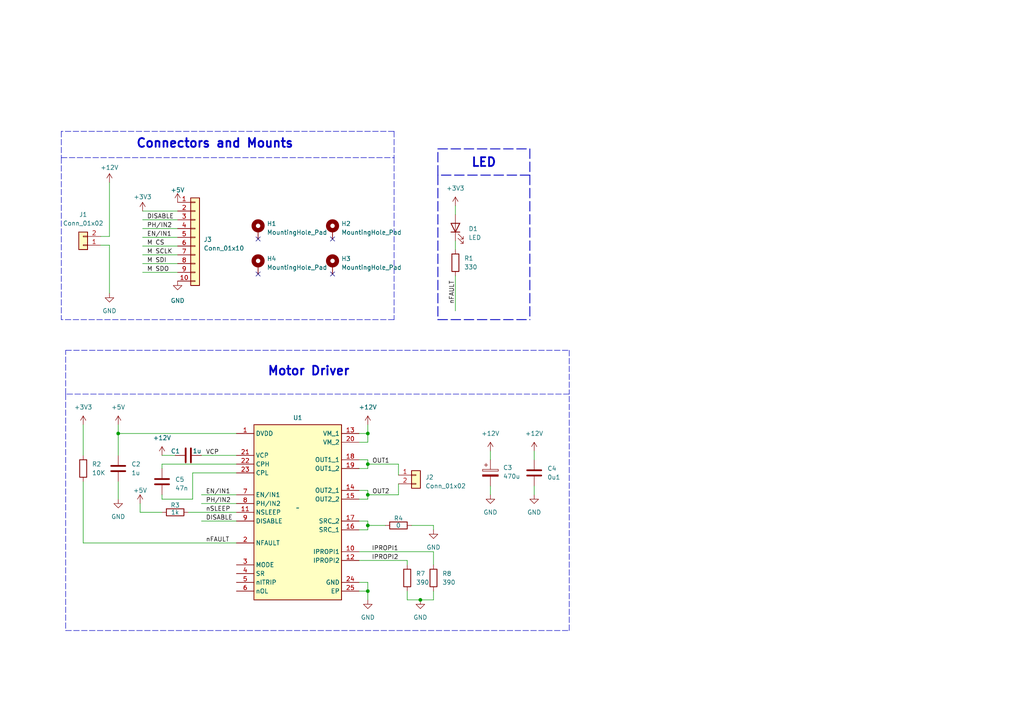
<source format=kicad_sch>
(kicad_sch (version 20230121) (generator eeschema)
  (paper "A4")
  (title_block (title "Test PCB For Sentinels Robotics") (date "2023-11-29") (rev "1") (company "Sentinels Robotics") (comment 1 "Designer:Vincent Cayadi"))
  (lib_symbols
    (symbol "Connector_Generic:Conn_01x02" (pin_names (offset 1.016) hide)
      (property "Reference" "J" (at 0 2.54 0))
      (property "Value" "Conn_01x02" (at 0 -5.08 0))
      (symbol "Conn_01x02_1_1"
        (rectangle (start -1.27 -2.413) (end 0 -2.667) (stroke (width 0.1524)))
        (rectangle (start -1.27 0.127) (end 0 -0.127) (stroke (width 0.1524)))
        (rectangle (start -1.27 1.27) (end 1.27 -3.81) (stroke (width 0.254)) (fill (type background)))
        (pin passive line (at -5.08 0 0) (length 3.81) (name "Pin_1") (number "1"))
        (pin passive line (at -5.08 -2.54 0) (length 3.81) (name "Pin_2") (number "2"))
      )
    )
    (symbol "Connector_Generic:Conn_01x10" (pin_names (offset 1.016) hide)
      (property "Reference" "J" (at 0 12.7 0))
      (property "Value" "Conn_01x10" (at 0 -15.24 0))
      (symbol "Conn_01x10_1_1"
        (rectangle (start -1.27 -12.573) (end 0 -12.827) (stroke (width 0.1524)))
        (rectangle (start -1.27 -10.033) (end 0 -10.287) (stroke (width 0.1524)))
        (rectangle (start -1.27 -7.493) (end 0 -7.747) (stroke (width 0.1524)))
        (rectangle (start -1.27 -4.953) (end 0 -5.207) (stroke (width 0.1524)))
        (rectangle (start -1.27 -2.413) (end 0 -2.667) (stroke (width 0.1524)))
        (rectangle (start -1.27 0.127) (end 0 -0.127) (stroke (width 0.1524)))
        (rectangle (start -1.27 2.667) (end 0 2.413) (stroke (width 0.1524)))
        (rectangle (start -1.27 5.207) (end 0 4.953) (stroke (width 0.1524)))
        (rectangle (start -1.27 7.747) (end 0 7.493) (stroke (width 0.1524)))
        (rectangle (start -1.27 10.287) (end 0 10.033) (stroke (width 0.1524)))
        (rectangle (start -1.27 11.43) (end 1.27 -13.97) (stroke (width 0.254)) (fill (type background)))
        (pin passive line (at -5.08 10.16 0) (length 3.81) (name "Pin_1") (number "1"))
        (pin passive line (at -5.08 -12.7 0) (length 3.81) (name "Pin_10") (number "10"))
        (pin passive line (at -5.08 7.62 0) (length 3.81) (name "Pin_2") (number "2"))
        (pin passive line (at -5.08 5.08 0) (length 3.81) (name "Pin_3") (number "3"))
        (pin passive line (at -5.08 2.54 0) (length 3.81) (name "Pin_4") (number "4"))
        (pin passive line (at -5.08 0 0) (length 3.81) (name "Pin_5") (number "5"))
        (pin passive line (at -5.08 -2.54 0) (length 3.81) (name "Pin_6") (number "6"))
        (pin passive line (at -5.08 -5.08 0) (length 3.81) (name "Pin_7") (number "7"))
        (pin passive line (at -5.08 -7.62 0) (length 3.81) (name "Pin_8") (number "8"))
        (pin passive line (at -5.08 -10.16 0) (length 3.81) (name "Pin_9") (number "9"))
      )
    )
    (symbol "DRV8873SPWPR:DRV8873H"
      (property "Reference" "U" (at 0 0 0))
      (symbol "DRV8873H_1_1"
        (rectangle (start -12.7 24.13) (end 12.7 -26.67) (stroke (width 0.254)) (fill (type background)))
        (pin passive line (at -17.78 21.59 0) (length 5.08) (name "DVDD") (number "1"))
        (pin passive line (at 17.78 -12.7 180) (length 5.08) (name "IPROPI1") (number "10"))
        (pin passive line (at -17.78 -1.27 0) (length 5.08) (name "NSLEEP") (number "11"))
        (pin passive line (at 17.78 -15.24 180) (length 5.08) (name "IPROPI2") (number "12"))
        (pin passive line (at 17.78 21.59 180) (length 5.08) (name "VM_1") (number "13"))
        (pin passive line (at 17.78 5.08 180) (length 5.08) (name "OUT2_1") (number "14"))
        (pin passive line (at 17.78 2.54 180) (length 5.08) (name "OUT2_2") (number "15"))
        (pin passive line (at 17.78 -6.35 180) (length 5.08) (name "SRC_1") (number "16"))
        (pin passive line (at 17.78 -3.81 180) (length 5.08) (name "SRC_2") (number "17"))
        (pin passive line (at 17.78 13.97 180) (length 5.08) (name "OUT1_1") (number "18"))
        (pin passive line (at 17.78 11.43 180) (length 5.08) (name "OUT1_2") (number "19"))
        (pin passive line (at -17.78 -10.16 0) (length 5.08) (name "NFAULT") (number "2"))
        (pin passive line (at 17.78 19.05 180) (length 5.08) (name "VM_2") (number "20"))
        (pin passive line (at -17.78 15.24 0) (length 5.08) (name "VCP") (number "21"))
        (pin passive line (at -17.78 12.7 0) (length 5.08) (name "CPH") (number "22"))
        (pin passive line (at -17.78 10.16 0) (length 5.08) (name "CPL") (number "23"))
        (pin passive line (at 17.78 -21.59 180) (length 5.08) (name "GND") (number "24"))
        (pin passive line (at 17.78 -24.13 180) (length 5.08) (name "EP") (number "25"))
        (pin passive line (at -17.78 -16.51 0) (length 5.08) (name "MODE") (number "3"))
        (pin passive line (at -17.78 -19.05 0) (length 5.08) (name "SR") (number "4"))
        (pin passive line (at -17.78 -21.59 0) (length 5.08) (name "nITRIP") (number "5"))
        (pin passive line (at -17.78 -24.13 0) (length 5.08) (name "nOL") (number "6"))
        (pin passive line (at -17.78 3.81 0) (length 5.08) (name "EN/IN1") (number "7"))
        (pin passive line (at -17.78 1.27 0) (length 5.08) (name "PH/IN2") (number "8"))
        (pin passive line (at -17.78 -3.81 0) (length 5.08) (name "DISABLE") (number "9"))
      )
    )
    (symbol "Device:C" (pin_numbers hide) (pin_names (offset 0.254))
      (property "Reference" "C" (at 0.635 2.54 0))
      (property "Value" "C" (at 0.635 -2.54 0))
      (symbol "C_0_1"
        (polyline (pts (xy -2.032 -0.762) (xy 2.032 -0.762)) (stroke (width 0.508)))
        (polyline (pts (xy -2.032 0.762) (xy 2.032 0.762)) (stroke (width 0.508)))
      )
      (symbol "C_1_1"
        (pin passive line (at 0 3.81 270) (length 2.794) (name "~") (number "1"))
        (pin passive line (at 0 -3.81 90) (length 2.794) (name "~") (number "2"))
      )
    )
    (symbol "Device:C_Polarized" (pin_numbers hide) (pin_names (offset 0.254))
      (property "Reference" "C" (at 0.635 2.54 0))
      (property "Value" "C_Polarized" (at 0.635 -2.54 0))
      (symbol "C_Polarized_0_1"
        (rectangle (start -2.286 0.508) (end 2.286 1.016))
        (polyline (pts (xy -1.778 2.286) (xy -0.762 2.286)))
        (polyline (pts (xy -1.27 2.794) (xy -1.27 1.778)))
        (rectangle (start 2.286 -0.508) (end -2.286 -1.016) (fill (type outline)))
      )
      (symbol "C_Polarized_1_1"
        (pin passive line (at 0 3.81 270) (length 2.794) (name "~") (number "1"))
        (pin passive line (at 0 -3.81 90) (length 2.794) (name "~") (number "2"))
      )
    )
    (symbol "Device:LED" (pin_numbers hide) (pin_names (offset 1.016) hide)
      (property "Reference" "D" (at 0 2.54 0))
      (property "Value" "LED" (at 0 -2.54 0))
      (symbol "LED_0_1"
        (polyline (pts (xy -1.27 -1.27) (xy -1.27 1.27)) (stroke (width 0.254)))
        (polyline (pts (xy -1.27 0) (xy 1.27 0)))
        (polyline (pts (xy 1.27 -1.27) (xy 1.27 1.27) (xy -1.27 0) (xy 1.27 -1.27)) (stroke (width 0.254)))
        (polyline (pts (xy -3.048 -0.762) (xy -4.572 -2.286) (xy -3.81 -2.286) (xy -4.572 -2.286) (xy -4.572 -1.524)))
        (polyline (pts (xy -1.778 -0.762) (xy -3.302 -2.286) (xy -2.54 -2.286) (xy -3.302 -2.286) (xy -3.302 -1.524)))
      )
      (symbol "LED_1_1"
        (pin passive line (at -3.81 0 0) (length 2.54) (name "K") (number "1"))
        (pin passive line (at 3.81 0 180) (length 2.54) (name "A") (number "2"))
      )
    )
    (symbol "Device:R" (pin_numbers hide) (pin_names (offset 0))
      (property "Reference" "R" (at 2.032 0 90))
      (property "Value" "R" (at 0 0 90))
      (symbol "R_0_1"
        (rectangle (start -1.016 -2.54) (end 1.016 2.54) (stroke (width 0.254)))
      )
      (symbol "R_1_1"
        (pin passive line (at 0 3.81 270) (length 1.27) (name "~") (number "1"))
        (pin passive line (at 0 -3.81 90) (length 1.27) (name "~") (number "2"))
      )
    )
    (symbol "Mechanical:MountingHole_Pad" (pin_numbers hide) (pin_names (offset 1.016) hide)
      (property "Reference" "H" (at 0 6.35 0))
      (property "Value" "MountingHole_Pad" (at 0 4.445 0))
      (symbol "MountingHole_Pad_0_1"
        (circle (center 0 1.27) (radius 1.27) (stroke (width 1.27)))
      )
      (symbol "MountingHole_Pad_1_1"
        (pin input line (at 0 -2.54 90) (length 2.54) (name "1") (number "1"))
      )
    )
    (symbol "power:+12V" (power) (pin_names (offset 0))
      (property "Value" "+12V" (at 0 3.556 0))
      (symbol "+12V_0_1"
        (polyline (pts (xy -0.762 1.27) (xy 0 2.54)))
        (polyline (pts (xy 0 0) (xy 0 2.54)))
        (polyline (pts (xy 0 2.54) (xy 0.762 1.27)))
      )
      (symbol "+12V_1_1"
        (pin power_in line (at 0 0 90) (length 0) hide (name "+12V") (number "1"))
      )
    )
    (symbol "power:+3V3" (power) (pin_names (offset 0))
      (property "Value" "+3V3" (at 0 3.556 0))
      (symbol "+3V3_0_1"
        (polyline (pts (xy -0.762 1.27) (xy 0 2.54)))
        (polyline (pts (xy 0 0) (xy 0 2.54)))
        (polyline (pts (xy 0 2.54) (xy 0.762 1.27)))
      )
      (symbol "+3V3_1_1"
        (pin power_in line (at 0 0 90) (length 0) hide (name "+3V3") (number "1"))
      )
    )
    (symbol "power:+5V" (power) (pin_names (offset 0))
      (property "Value" "+5V" (at 0 3.556 0))
      (symbol "+5V_0_1"
        (polyline (pts (xy -0.762 1.27) (xy 0 2.54)))
        (polyline (pts (xy 0 0) (xy 0 2.54)))
        (polyline (pts (xy 0 2.54) (xy 0.762 1.27)))
      )
      (symbol "+5V_1_1"
        (pin power_in line (at 0 0 90) (length 0) hide (name "+5V") (number "1"))
      )
    )
    (symbol "power:GND" (power) (pin_names (offset 0))
      (property "Value" "GND" (at 0 -3.81 0))
      (symbol "GND_0_1"
        (polyline (pts (xy 0 0) (xy 0 -1.27) (xy 1.27 -1.27) (xy 0 -2.54) (xy -1.27 -1.27) (xy 0 -1.27)))
      )
      (symbol "GND_1_1"
        (pin power_in line (at 0 0 270) (length 0) hide (name "GND") (number "1"))
      )
    )
  )
  (junction (at 34.29 125.73))
  (junction (at 106.68 152.4))
  (junction (at 106.68 171.45))
  (junction (at 106.68 143.51))
  (junction (at 106.68 134.62))
  (junction (at 121.92 173.99))
  (junction (at 106.68 125.73))
  (no_connect (at 74.8602 69.3144))
  (no_connect (at 96.4502 69.3144))
  (no_connect (at 96.4502 79.4744))
  (no_connect (at 74.8602 79.4744))
  (wire (pts (xy 41.3541 63.7527) (xy 51.5141 63.7527)))
  (wire (pts (xy 118.11 173.99) (xy 121.92 173.99)))
  (wire (pts (xy 106.68 144.78) (xy 106.68 143.51)))
  (polyline (pts (xy 165.1 101.6) (xy 165.1 114.3)) (stroke (width 0) (type dash)))
  (wire (pts (xy 104.14 151.13) (xy 106.68 151.13)))
  (polyline (pts (xy 114.3 38.1) (xy 114.3 45.72)) (stroke (width 0) (type dash)))
  (wire (pts (xy 58.42 151.13) (xy 68.58 151.13)))
  (wire (pts (xy 118.11 162.56) (xy 118.11 163.83)))
  (wire (pts (xy 55.88 137.16) (xy 55.88 144.78)))
  (polyline (pts (xy 19.05 182.88) (xy 165.1 182.88)) (stroke (width 0) (type dash)))
  (wire (pts (xy 41.3541 73.9127) (xy 51.5141 73.9127)))
  (wire (pts (xy 41.3541 76.4527) (xy 51.5141 76.4527)))
  (wire (pts (xy 104.14 128.27) (xy 106.68 128.27)))
  (wire (pts (xy 50.8 132.08) (xy 46.99 132.08)))
  (wire (pts (xy 24.13 123.19) (xy 24.13 132.08)))
  (wire (pts (xy 106.68 152.4) (xy 111.76 152.4)))
  (wire (pts (xy 125.73 171.45) (xy 125.73 173.99)))
  (wire (pts (xy 115.57 140.335) (xy 115.57 143.51)))
  (wire (pts (xy 106.68 134.62) (xy 106.68 133.35)))
  (polyline (pts (xy 153.67 50.8) (xy 153.67 92.71)) (stroke (width 0.254) (type dash)))
  (polyline (pts (xy 17.78 38.1) (xy 17.78 45.72)) (stroke (width 0) (type dash)))
  (wire (pts (xy 40.64 148.59) (xy 46.99 148.59)))
  (polyline (pts (xy 19.05 101.6) (xy 165.1 101.6)) (stroke (width 0) (type dash)))
  (wire (pts (xy 118.11 171.45) (xy 118.11 173.99)))
  (polyline (pts (xy 114.3 92.71) (xy 17.78 92.71)) (stroke (width 0) (type dash)))
  (wire (pts (xy 41.3541 68.8327) (xy 51.5141 68.8327)))
  (wire (pts (xy 121.92 173.99) (xy 125.73 173.99)))
  (wire (pts (xy 106.68 143.51) (xy 115.57 143.51)))
  (wire (pts (xy 68.58 137.16) (xy 55.88 137.16)))
  (wire (pts (xy 132.08 69.85) (xy 132.08 72.39)))
  (wire (pts (xy 106.68 168.91) (xy 106.68 171.45)))
  (wire (pts (xy 40.64 146.05) (xy 40.64 148.59)))
  (wire (pts (xy 125.73 152.4) (xy 125.73 153.67)))
  (wire (pts (xy 106.68 125.73) (xy 106.68 128.27)))
  (wire (pts (xy 106.68 135.89) (xy 106.68 134.62)))
  (wire (pts (xy 142.24 143.51) (xy 142.24 140.97)))
  (wire (pts (xy 106.68 123.19) (xy 106.68 125.73)))
  (wire (pts (xy 154.94 130.81) (xy 154.94 133.35)))
  (wire (pts (xy 46.99 134.62) (xy 68.58 134.62)))
  (wire (pts (xy 46.99 135.89) (xy 46.99 134.62)))
  (wire (pts (xy 34.29 125.73) (xy 34.29 132.08)))
  (wire (pts (xy 34.29 125.73) (xy 68.58 125.73)))
  (wire (pts (xy 115.57 134.62) (xy 115.57 137.795)))
  (wire (pts (xy 24.13 157.48) (xy 68.58 157.48)))
  (wire (pts (xy 125.73 160.02) (xy 125.73 163.83)))
  (wire (pts (xy 46.99 143.51) (xy 46.99 144.78)))
  (wire (pts (xy 41.3541 78.9927) (xy 51.5141 78.9927)))
  (wire (pts (xy 29.21 68.58) (xy 31.75 68.58)))
  (polyline (pts (xy 127 50.8) (xy 127 92.71)) (stroke (width 0.254) (type dash)))
  (wire (pts (xy 58.42 146.05) (xy 68.58 146.05)))
  (wire (pts (xy 104.14 133.35) (xy 106.68 133.35)))
  (wire (pts (xy 58.42 132.08) (xy 68.58 132.08)))
  (wire (pts (xy 106.68 134.62) (xy 115.57 134.62)))
  (wire (pts (xy 104.14 168.91) (xy 106.68 168.91)))
  (wire (pts (xy 31.75 52.9111) (xy 31.75 68.58)))
  (wire (pts (xy 31.75 71.12) (xy 31.75 85.09)))
  (wire (pts (xy 104.14 125.73) (xy 106.68 125.73)))
  (wire (pts (xy 24.13 139.7) (xy 24.13 157.48)))
  (wire (pts (xy 41.3541 61.2127) (xy 51.5141 61.2127)))
  (wire (pts (xy 41.3541 71.3727) (xy 51.5141 71.3727)))
  (wire (pts (xy 104.14 135.89) (xy 106.68 135.89)))
  (wire (pts (xy 132.08 80.01) (xy 132.08 90.17)))
  (polyline (pts (xy 165.1 182.88) (xy 165.1 114.3)) (stroke (width 0) (type dash)))
  (wire (pts (xy 34.29 123.19) (xy 34.29 125.73)))
  (wire (pts (xy 41.3541 66.2927) (xy 51.5141 66.2927)))
  (polyline (pts (xy 17.78 45.72) (xy 114.3 45.72)) (stroke (width 0) (type dash)))
  (wire (pts (xy 29.21 71.12) (xy 31.75 71.12)))
  (wire (pts (xy 142.24 130.81) (xy 142.24 133.35)))
  (wire (pts (xy 106.68 152.4) (xy 106.68 151.13)))
  (polyline (pts (xy 114.3 38.1) (xy 17.78 38.1)) (stroke (width 0) (type dash)))
  (wire (pts (xy 106.68 153.67) (xy 106.68 152.4)))
  (polyline (pts (xy 165.1 114.3) (xy 19.05 114.3)) (stroke (width 0) (type dash)))
  (wire (pts (xy 34.29 139.7) (xy 34.29 144.78)))
  (polyline (pts (xy 114.3 45.72) (xy 114.3 92.71)) (stroke (width 0) (type dash)))
  (wire (pts (xy 58.42 143.51) (xy 68.58 143.51)))
  (polyline (pts (xy 19.05 114.3) (xy 19.05 182.88)) (stroke (width 0) (type dash)))
  (wire (pts (xy 104.14 160.02) (xy 125.73 160.02)))
  (wire (pts (xy 104.14 153.67) (xy 106.68 153.67)))
  (wire (pts (xy 104.14 171.45) (xy 106.68 171.45)))
  (wire (pts (xy 119.38 152.4) (xy 125.73 152.4)))
  (wire (pts (xy 132.08 59.69) (xy 132.08 62.23)))
  (wire (pts (xy 55.88 144.78) (xy 46.99 144.78)))
  (wire (pts (xy 104.14 142.24) (xy 106.68 142.24)))
  (wire (pts (xy 104.14 144.78) (xy 106.68 144.78)))
  (wire (pts (xy 106.68 171.45) (xy 106.68 173.99)))
  (wire (pts (xy 54.61 148.59) (xy 68.58 148.59)))
  (wire (pts (xy 104.14 162.56) (xy 118.11 162.56)))
  (polyline (pts (xy 19.05 114.3) (xy 19.05 101.6)) (stroke (width 0) (type dash)))
  (polyline (pts (xy 17.78 45.72) (xy 17.78 92.71)) (stroke (width 0) (type dash)))
  (wire (pts (xy 106.68 143.51) (xy 106.68 142.24)))
  (wire (pts (xy 154.94 143.51) (xy 154.94 140.97)))
  (polyline (pts (xy 127 92.71) (xy 153.67 92.71)) (stroke (width 0.254) (type dash)))
  (text_box "LED" (at 127 43.18 0) (size 26.67 7.62) (stroke (width 0.254) (type dash)) (effects (font (size 2.54 2.54) (thickness 0.508) bold)))
  (text "Motor Driver" (at 77.47 109.22 0) (effects (font (size 2.54 2.54) (thickness 0.508) bold) (justify left bottom)))
  (text "Connectors and Mounts" (at 39.37 43.18 0) (effects (font (size 2.54 2.54) (thickness 0.508) bold) (justify left bottom)))
  (label "nFAULT" (at 59.69 157.48 0))
  (label "M SCLK" (at 42.6241 73.9127 0))
  (label "DISABLE" (at 42.6241 63.7527 0))
  (label "OUT1" (at 107.95 134.62 0))
  (label "IPROPI1" (at 115.57 160.02 180))
  (label "PH{slash}IN2" (at 42.6241 66.2927 0))
  (label "M SDI" (at 42.6241 76.4527 0))
  (label "IPROPI2" (at 115.57 162.56 180))
  (label "OUT2" (at 107.95 143.51 0))
  (label "VCP" (at 59.69 132.08 0))
  (label "EN{slash}IN1" (at 42.6241 68.8327 0))
  (label "nSLEEP" (at 59.69 148.59 0))
  (label "M SDO" (at 42.6241 78.9927 0))
  (label "M CS" (at 42.6241 71.3727 0))
  (label "DISABLE" (at 59.69 151.13 0))
  (label "EN{slash}IN1" (at 59.69 143.51 0))
  (label "nFAULT" (at 132.08 81.28 270))
  (label "PH{slash}IN2" (at 59.69 146.05 0))
  (symbol (lib_id "Mechanical:MountingHole_Pad") (at 96.4502 66.7744 0) (unit 1)
    (property "Reference" "H2" (at 98.9902 64.8694 0) (effects (justify left)))
    (property "Value" "MountingHole_Pad" (at 98.9902 67.4094 0) (effects (justify left)))
    (property "Footprint" "MountingHole:MountingHole_3.2mm_M3_Pad_Via" (effects hide))
  )
  (symbol (lib_id "Device:C") (at 34.29 135.89 0) (mirror y) (unit 1)
    (property "Reference" "C2" (at 38.1 134.6199 0) (effects (justify right)))
    (property "Value" "1u" (at 38.1 137.1599 0) (effects (justify right)))
    (property "Footprint" "test:cap0603" (effects hide))
    (property "LCSC" "C59782" (effects hide))
  )
  (symbol (lib_id "Device:C") (at 154.94 137.16 0) (mirror y) (unit 1)
    (property "Reference" "C4" (at 158.75 135.8899 0) (effects (justify right)))
    (property "Value" "0u1" (at 158.75 138.4299 0) (effects (justify right)))
    (property "Footprint" "test:cap0603" (effects hide))
    (property "LCSC" "C577419" (effects hide))
  )
  (symbol (lib_id "power:+12V") (at 154.94 130.81 0) (unit 1)
    (property "Reference" "#PWR08" (effects hide))
    (property "Value" "+12V" (at 154.94 125.73 0))
  )
  (symbol (lib_id "Mechanical:MountingHole_Pad") (at 74.8602 66.7744 0) (unit 1)
    (property "Reference" "H1" (at 77.4002 64.8694 0) (effects (justify left)))
    (property "Value" "MountingHole_Pad" (at 77.4002 67.4094 0) (effects (justify left)))
    (property "Footprint" "MountingHole:MountingHole_3.2mm_M3_Pad_Via" (effects hide))
  )
  (symbol (lib_id "power:+12V") (at 46.99 132.08 0) (unit 1)
    (property "Reference" "#PWR09" (effects hide))
    (property "Value" "+12V" (at 46.99 127 0))
  )
  (symbol (lib_id "Device:C") (at 46.99 139.7 0) (mirror y) (unit 1)
    (property "Reference" "C5" (at 50.8 139.065 0) (effects (justify right)))
    (property "Value" "47n" (at 50.8 141.605 0) (effects (justify right)))
    (property "Footprint" "test:cap0603" (effects hide))
    (property "LCSC" "C2762284" (effects hide))
  )
  (symbol (lib_id "power:+5V") (at 40.64 146.05 0) (unit 1)
    (property "Reference" "#PWR015" (effects hide))
    (property "Value" "+5V" (at 40.64 142.2457 0))
  )
  (symbol (lib_id "power:GND") (at 142.24 143.51 0) (unit 1)
    (property "Reference" "#PWR012" (effects hide))
    (property "Value" "GND" (at 142.24 148.59 0))
  )
  (symbol (lib_id "Device:R") (at 132.08 76.2 0) (unit 1)
    (property "Reference" "R1" (at 134.62 74.93 0) (effects (justify left)))
    (property "Value" "330" (at 134.62 77.47 0) (effects (justify left)))
    (property "Footprint" "test:res0603" (effects hide))
  )
  (symbol (lib_id "Connector_Generic:Conn_01x02") (at 24.13 71.12 180) (unit 1)
    (property "Reference" "J1" (at 24.13 62.23 0))
    (property "Value" "Conn_01x02" (at 24.13 64.77 0))
    (property "Footprint" "test:AMASS_XT60-M" (effects hide))
  )
  (symbol (lib_id "Connector_Generic:Conn_01x10") (at 56.5941 68.8327 0) (unit 1)
    (property "Reference" "J3" (at 59.0602 69.4677 0) (effects (justify left)))
    (property "Value" "Conn_01x10" (at 59.0602 72.0077 0) (effects (justify left)))
    (property "Footprint" "Connector_PinSocket_2.54mm:PinSocket_1x10_P2.54mm_Vertical" (effects hide))
  )
  (symbol (lib_id "power:+12V") (at 106.68 123.19 0) (unit 1)
    (property "Reference" "#PWR06" (effects hide))
    (property "Value" "+12V" (at 106.68 118.11 0))
  )
  (symbol (lib_id "Device:C_Polarized") (at 142.24 137.16 0) (unit 1)
    (property "Reference" "C3" (at 145.8993 135.636 0) (effects (justify left)))
    (property "Value" "470u" (at 145.8993 138.176 0) (effects (justify left)))
    (property "Footprint" "Capacitor_SMD:CP_Elec_10x10.5" (effects hide))
    (property "LCSC" "C259982" (effects hide))
  )
  (symbol (lib_id "power:+12V") (at 31.75 52.9111 0) (unit 1)
    (property "Reference" "#PWR01" (effects hide))
    (property "Value" "+12V" (at 31.75 48.5918 0))
  )
  (symbol (lib_id "power:GND") (at 121.92 173.99 0) (unit 1)
    (property "Reference" "#PWR019" (effects hide))
    (property "Value" "GND" (at 121.92 179.07 0))
  )
  (symbol (lib_id "DRV8873SPWPR:DRV8873H") (at 86.36 147.32 0) (unit 1)
    (property "Reference" "U1" (at 86.36 121.1723 0))
    (property "Value" "~" (at 86.36 147.32 0))
  )
  (symbol (lib_id "power:+5V") (at 34.29 123.19 0) (unit 1)
    (property "Reference" "#PWR05" (effects hide))
    (property "Value" "+5V" (at 34.29 118.11 0))
  )
  (symbol (lib_id "Device:R") (at 125.73 167.64 0) (unit 1)
    (property "Reference" "R8" (at 128.27 166.3699 0) (effects (justify left)))
    (property "Value" "390" (at 128.27 168.9099 0) (effects (justify left)))
    (property "Footprint" "test:res0603" (effects hide))
  )
  (symbol (lib_id "power:GND") (at 51.5141 81.5327 0) (unit 1)
    (property "Reference" "#PWR017" (effects hide))
    (property "Value" "GND" (at 51.5141 87.1979 0))
  )
  (symbol (lib_id "Mechanical:MountingHole_Pad") (at 74.8602 76.9344 0) (unit 1)
    (property "Reference" "H4" (at 77.4002 75.0294 0) (effects (justify left)))
    (property "Value" "MountingHole_Pad" (at 77.4002 77.5694 0) (effects (justify left)))
    (property "Footprint" "MountingHole:MountingHole_3.2mm_M3_Pad_Via" (effects hide))
  )
  (symbol (lib_id "power:GND") (at 106.68 173.99 0) (unit 1)
    (property "Reference" "#PWR018" (effects hide))
    (property "Value" "GND" (at 106.68 179.07 0))
  )
  (symbol (lib_id "Device:R") (at 115.57 152.4 270) (unit 1)
    (property "Reference" "R4" (at 115.5712 150.3501 90))
    (property "Value" "0" (at 115.5382 152.4037 90))
    (property "Footprint" "test:res0603" (effects hide))
  )
  (symbol (lib_id "Device:R") (at 118.11 167.64 0) (unit 1)
    (property "Reference" "R7" (at 120.65 166.3699 0) (effects (justify left)))
    (property "Value" "390" (at 120.65 168.9099 0) (effects (justify left)))
    (property "Footprint" "test:res0603" (effects hide))
  )
  (symbol (lib_id "Connector_Generic:Conn_01x02") (at 120.65 137.795 0) (unit 1)
    (property "Reference" "J2" (at 123.3831 138.43 0) (effects (justify left)))
    (property "Value" "Conn_01x02" (at 123.3831 140.97 0) (effects (justify left)))
    (property "Footprint" "test:AMASS_XT30-F" (effects hide))
  )
  (symbol (lib_id "power:GND") (at 154.94 143.51 0) (unit 1)
    (property "Reference" "#PWR013" (effects hide))
    (property "Value" "GND" (at 154.94 148.59 0))
  )
  (symbol (lib_id "Mechanical:MountingHole_Pad") (at 96.4502 76.9344 0) (unit 1)
    (property "Reference" "H3" (at 98.9902 75.0294 0) (effects (justify left)))
    (property "Value" "MountingHole_Pad" (at 98.9902 77.5694 0) (effects (justify left)))
    (property "Footprint" "MountingHole:MountingHole_3.2mm_M3_Pad_Via" (effects hide))
  )
  (symbol (lib_id "Device:R") (at 50.8 148.59 270) (unit 1)
    (property "Reference" "R3" (at 50.8012 146.5401 90))
    (property "Value" "1k" (at 50.7682 148.5937 90))
    (property "Footprint" "test:res0603" (effects hide))
  )
  (symbol (lib_id "power:+3V3") (at 132.08 59.69 0) (unit 1)
    (property "Reference" "#PWR02" (effects hide))
    (property "Value" "+3V3" (at 132.08 54.61 0))
  )
  (symbol (lib_id "Device:C") (at 54.61 132.08 90) (unit 1)
    (property "Reference" "C1" (at 50.8944 130.858 90))
    (property "Value" "1u" (at 57.15 130.81 90))
    (property "Footprint" "test:cap0603" (effects hide))
    (property "LCSC" "C59782" (effects hide))
  )
  (symbol (lib_id "power:GND") (at 31.75 85.09 0) (unit 1)
    (property "Reference" "#PWR03" (effects hide))
    (property "Value" "GND" (at 31.75 90.17 0))
  )
  (symbol (lib_id "Device:R") (at 24.13 135.89 0) (unit 1)
    (property "Reference" "R2" (at 26.67 134.6199 0) (effects (justify left)))
    (property "Value" "10K" (at 26.67 137.1599 0) (effects (justify left)))
    (property "Footprint" "test:res0603" (effects hide))
  )
  (symbol (lib_id "power:GND") (at 34.29 144.78 0) (unit 1)
    (property "Reference" "#PWR014" (effects hide))
    (property "Value" "GND" (at 34.29 149.86 0))
  )
  (symbol (lib_id "Device:LED") (at 132.08 66.04 90) (unit 1)
    (property "Reference" "D1" (at 135.89 66.3575 90) (effects (justify right)))
    (property "Value" "LED" (at 135.89 68.8975 90) (effects (justify right)))
    (property "Footprint" "test:led0603" (effects hide))
  )
  (symbol (lib_id "power:+3V3") (at 24.13 123.19 0) (unit 1)
    (property "Reference" "#PWR04" (effects hide))
    (property "Value" "+3V3" (at 24.13 118.11 0))
  )
  (symbol (lib_id "power:+12V") (at 142.24 130.81 0) (unit 1)
    (property "Reference" "#PWR07" (effects hide))
    (property "Value" "+12V" (at 142.24 125.73 0))
  )
  (symbol (lib_id "power:+5V") (at 51.5141 58.6727 0) (unit 1)
    (property "Reference" "#PWR010" (effects hide))
    (property "Value" "+5V" (at 51.5141 55.114 0))
  )
  (symbol (lib_id "power:GND") (at 125.73 153.67 0) (unit 1)
    (property "Reference" "#PWR016" (effects hide))
    (property "Value" "GND" (at 125.73 158.75 0))
  )
  (symbol (lib_id "power:+3V3") (at 41.3541 61.2127 0) (unit 1)
    (property "Reference" "#PWR011" (effects hide))
    (property "Value" "+3V3" (at 41.3541 57.1134 0))
  )
)
</source>
